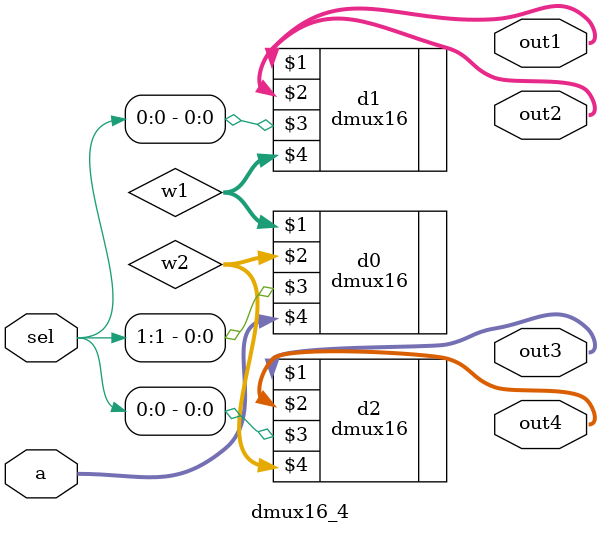
<source format=v>
`timescale 1ns / 1ps

module dmux16_4(out1, out2, out3, out4, sel, a);
input [1:0] sel;
input [15:0] a;
output [15:0] out1, out2, out3, out4;
wire [15:0] w1, w2;
dmux16 d0(w1, w2, sel[1], a);
dmux16 d1(out1, out2, sel[0], w1);
dmux16 d2(out3, out4, sel[0], w2);
endmodule

</source>
